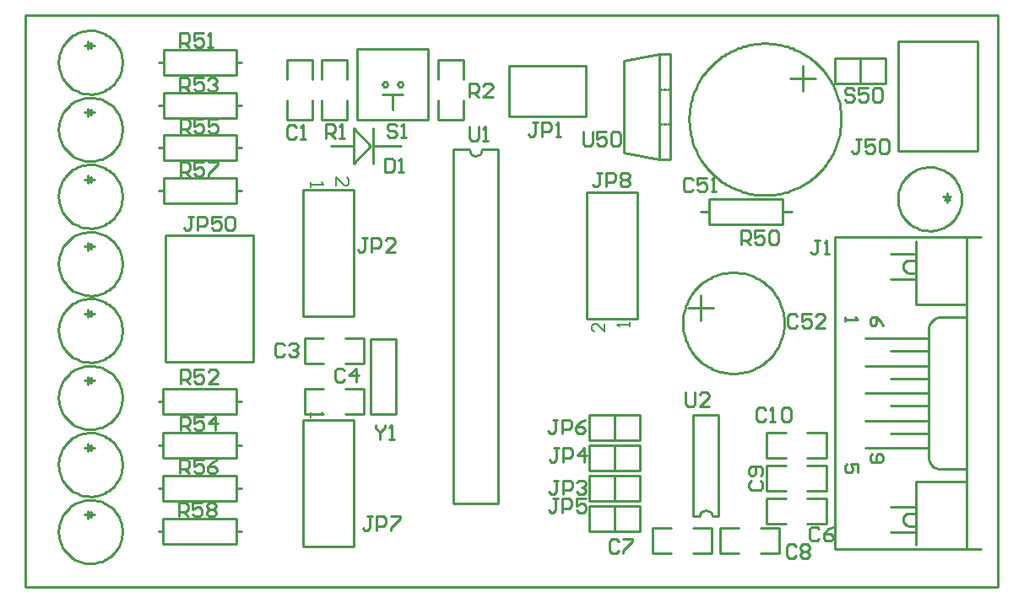
<source format=gto>
%FSLAX23Y23*%
%MOIN*%
G70*
G01*
G75*
%ADD10C,0.012*%
%ADD11R,0.083X0.060*%
%ADD12R,0.120X0.060*%
%ADD13R,0.070X0.070*%
%ADD14O,0.080X0.024*%
%ADD15R,0.087X0.050*%
%ADD16C,0.020*%
%ADD17C,0.016*%
%ADD18C,0.018*%
%ADD19C,0.080*%
%ADD20C,0.050*%
%ADD21C,0.030*%
%ADD22C,0.040*%
%ADD23C,0.010*%
%ADD24C,0.070*%
%ADD25C,0.080*%
%ADD26C,0.100*%
%ADD27R,0.100X0.100*%
%ADD28C,0.157*%
%ADD29C,0.197*%
%ADD30C,0.062*%
%ADD31O,0.060X0.059*%
%ADD32C,0.059*%
%ADD33C,0.060*%
%ADD34R,0.060X0.060*%
%ADD35R,0.060X0.083*%
%ADD36C,0.025*%
%ADD37C,0.015*%
%ADD38C,0.011*%
%ADD39C,0.008*%
D23*
X9578Y6976D02*
X9559D01*
X9569D01*
Y6930D01*
X9559Y6921D01*
X9550D01*
X9541Y6930D01*
X9596Y6921D02*
Y6976D01*
X9623D01*
X9633Y6967D01*
Y6949D01*
X9623Y6939D01*
X9596D01*
X9651Y6976D02*
X9688D01*
Y6967D01*
X9651Y6930D01*
Y6921D01*
X9279Y8515D02*
X9270Y8524D01*
X9251D01*
X9242Y8515D01*
Y8478D01*
X9251Y8469D01*
X9270D01*
X9279Y8478D01*
X9297Y8469D02*
X9315D01*
X9306D01*
Y8524D01*
X9297Y8515D01*
X9231Y7653D02*
X9222Y7662D01*
X9203D01*
X9194Y7653D01*
Y7616D01*
X9203Y7607D01*
X9222D01*
X9231Y7616D01*
X9249Y7653D02*
X9258Y7662D01*
X9276D01*
X9286Y7653D01*
Y7644D01*
X9276Y7635D01*
X9267D01*
X9276D01*
X9286Y7625D01*
Y7616D01*
X9276Y7607D01*
X9258D01*
X9249Y7616D01*
X9469Y7553D02*
X9460Y7562D01*
X9441D01*
X9432Y7553D01*
Y7516D01*
X9441Y7507D01*
X9460D01*
X9469Y7516D01*
X9514Y7507D02*
Y7562D01*
X9487Y7535D01*
X9524D01*
X11343Y6926D02*
X11334Y6935D01*
X11315D01*
X11306Y6926D01*
Y6889D01*
X11315Y6880D01*
X11334D01*
X11343Y6889D01*
X11398Y6935D02*
X11379Y6926D01*
X11361Y6908D01*
Y6889D01*
X11370Y6880D01*
X11388D01*
X11398Y6889D01*
Y6898D01*
X11388Y6908D01*
X11361D01*
X10552Y6877D02*
X10543Y6886D01*
X10524D01*
X10515Y6877D01*
Y6840D01*
X10524Y6831D01*
X10543D01*
X10552Y6840D01*
X10570Y6886D02*
X10607D01*
Y6877D01*
X10570Y6840D01*
Y6831D01*
X11252Y6857D02*
X11243Y6866D01*
X11224D01*
X11215Y6857D01*
Y6820D01*
X11224Y6811D01*
X11243D01*
X11252Y6820D01*
X11270Y6857D02*
X11279Y6866D01*
X11297D01*
X11307Y6857D01*
Y6848D01*
X11297Y6839D01*
X11307Y6829D01*
Y6820D01*
X11297Y6811D01*
X11279D01*
X11270Y6820D01*
Y6829D01*
X11279Y6839D01*
X11270Y6848D01*
Y6857D01*
X11279Y6839D02*
X11297D01*
X11074Y7118D02*
X11065Y7109D01*
Y7090D01*
X11074Y7081D01*
X11111D01*
X11120Y7090D01*
Y7109D01*
X11111Y7118D01*
Y7136D02*
X11120Y7145D01*
Y7163D01*
X11111Y7173D01*
X11074D01*
X11065Y7163D01*
Y7145D01*
X11074Y7136D01*
X11083D01*
X11093Y7145D01*
Y7173D01*
X11132Y7397D02*
X11123Y7406D01*
X11104D01*
X11095Y7397D01*
Y7360D01*
X11104Y7351D01*
X11123D01*
X11132Y7360D01*
X11150Y7351D02*
X11168D01*
X11159D01*
Y7406D01*
X11150Y7397D01*
X11196D02*
X11205Y7406D01*
X11223D01*
X11232Y7397D01*
Y7360D01*
X11223Y7351D01*
X11205D01*
X11196Y7360D01*
Y7397D01*
X10845Y8306D02*
X10836Y8315D01*
X10817D01*
X10808Y8306D01*
Y8269D01*
X10817Y8260D01*
X10836D01*
X10845Y8269D01*
X10900Y8315D02*
X10863D01*
Y8288D01*
X10881Y8297D01*
X10890D01*
X10900Y8288D01*
Y8269D01*
X10890Y8260D01*
X10872D01*
X10863Y8269D01*
X10918Y8260D02*
X10936D01*
X10927D01*
Y8315D01*
X10918Y8306D01*
X11257Y7767D02*
X11248Y7776D01*
X11229D01*
X11220Y7767D01*
Y7730D01*
X11229Y7721D01*
X11248D01*
X11257Y7730D01*
X11312Y7776D02*
X11275D01*
Y7749D01*
X11293Y7758D01*
X11302D01*
X11312Y7749D01*
Y7730D01*
X11302Y7721D01*
X11284D01*
X11275Y7730D01*
X11367Y7721D02*
X11330D01*
X11367Y7758D01*
Y7767D01*
X11357Y7776D01*
X11339D01*
X11330Y7767D01*
X9628Y8392D02*
Y8337D01*
X9656D01*
X9665Y8346D01*
Y8383D01*
X9656Y8392D01*
X9628D01*
X9683Y8337D02*
X9701D01*
X9692D01*
Y8392D01*
X9683Y8383D01*
X11346Y8068D02*
X11327D01*
X11337D01*
Y8022D01*
X11327Y8013D01*
X11318D01*
X11309Y8022D01*
X11364Y8013D02*
X11382D01*
X11373D01*
Y8068D01*
X11364Y8059D01*
X11508Y8466D02*
X11489D01*
X11499D01*
Y8420D01*
X11489Y8411D01*
X11480D01*
X11471Y8420D01*
X11563Y8466D02*
X11526D01*
Y8439D01*
X11544Y8448D01*
X11553D01*
X11563Y8439D01*
Y8420D01*
X11553Y8411D01*
X11535D01*
X11526Y8420D01*
X11581Y8457D02*
X11590Y8466D01*
X11608D01*
X11618Y8457D01*
Y8420D01*
X11608Y8411D01*
X11590D01*
X11581Y8420D01*
Y8457D01*
X10231Y8534D02*
X10212D01*
X10222D01*
Y8488D01*
X10212Y8479D01*
X10203D01*
X10194Y8488D01*
X10249Y8479D02*
Y8534D01*
X10276D01*
X10286Y8525D01*
Y8507D01*
X10276Y8497D01*
X10249D01*
X10304Y8479D02*
X10322D01*
X10313D01*
Y8534D01*
X10304Y8525D01*
X10313Y7119D02*
X10294D01*
X10304D01*
Y7073D01*
X10294Y7064D01*
X10285D01*
X10276Y7073D01*
X10331Y7064D02*
Y7119D01*
X10358D01*
X10368Y7110D01*
Y7092D01*
X10358Y7082D01*
X10331D01*
X10386Y7110D02*
X10395Y7119D01*
X10413D01*
X10423Y7110D01*
Y7101D01*
X10413Y7092D01*
X10404D01*
X10413D01*
X10423Y7082D01*
Y7073D01*
X10413Y7064D01*
X10395D01*
X10386Y7073D01*
X10315Y7246D02*
X10296D01*
X10306D01*
Y7200D01*
X10296Y7191D01*
X10287D01*
X10278Y7200D01*
X10333Y7191D02*
Y7246D01*
X10360D01*
X10370Y7237D01*
Y7219D01*
X10360Y7209D01*
X10333D01*
X10415Y7191D02*
Y7246D01*
X10388Y7219D01*
X10425D01*
X10312Y7046D02*
X10293D01*
X10303D01*
Y7000D01*
X10293Y6991D01*
X10284D01*
X10275Y7000D01*
X10330Y6991D02*
Y7046D01*
X10357D01*
X10367Y7037D01*
Y7019D01*
X10357Y7009D01*
X10330D01*
X10422Y7046D02*
X10385D01*
Y7019D01*
X10403Y7028D01*
X10412D01*
X10422Y7019D01*
Y7000D01*
X10412Y6991D01*
X10394D01*
X10385Y7000D01*
X10310Y7359D02*
X10291D01*
X10301D01*
Y7313D01*
X10291Y7304D01*
X10282D01*
X10273Y7313D01*
X10328Y7304D02*
Y7359D01*
X10355D01*
X10365Y7350D01*
Y7332D01*
X10355Y7322D01*
X10328D01*
X10420Y7359D02*
X10401Y7350D01*
X10383Y7332D01*
Y7313D01*
X10392Y7304D01*
X10410D01*
X10420Y7313D01*
Y7322D01*
X10410Y7332D01*
X10383D01*
X8871Y8162D02*
X8852D01*
X8862D01*
Y8116D01*
X8852Y8107D01*
X8843D01*
X8834Y8116D01*
X8889Y8107D02*
Y8162D01*
X8916D01*
X8926Y8153D01*
Y8135D01*
X8916Y8125D01*
X8889D01*
X8981Y8162D02*
X8944D01*
Y8135D01*
X8962Y8144D01*
X8971D01*
X8981Y8135D01*
Y8116D01*
X8971Y8107D01*
X8953D01*
X8944Y8116D01*
X8999Y8153D02*
X9008Y8162D01*
X9026D01*
X9036Y8153D01*
Y8116D01*
X9026Y8107D01*
X9008D01*
X8999Y8116D01*
Y8153D01*
X9395Y8472D02*
Y8527D01*
X9423D01*
X9432Y8518D01*
Y8500D01*
X9423Y8490D01*
X9395D01*
X9413D02*
X9432Y8472D01*
X9450D02*
X9468D01*
X9459D01*
Y8527D01*
X9450Y8518D01*
X9962Y8633D02*
Y8688D01*
X9990D01*
X9999Y8679D01*
Y8661D01*
X9990Y8651D01*
X9962D01*
X9980D02*
X9999Y8633D01*
X10054D02*
X10017D01*
X10054Y8670D01*
Y8679D01*
X10044Y8688D01*
X10026D01*
X10017Y8679D01*
X11035Y8051D02*
Y8106D01*
X11063D01*
X11072Y8097D01*
Y8079D01*
X11063Y8069D01*
X11035D01*
X11053D02*
X11072Y8051D01*
X11127Y8106D02*
X11090D01*
Y8079D01*
X11108Y8088D01*
X11117D01*
X11127Y8079D01*
Y8060D01*
X11117Y8051D01*
X11099D01*
X11090Y8060D01*
X11145Y8097D02*
X11154Y8106D01*
X11172D01*
X11182Y8097D01*
Y8060D01*
X11172Y8051D01*
X11154D01*
X11145Y8060D01*
Y8097D01*
X8820Y8831D02*
Y8886D01*
X8848D01*
X8857Y8877D01*
Y8859D01*
X8848Y8849D01*
X8820D01*
X8838D02*
X8857Y8831D01*
X8912Y8886D02*
X8875D01*
Y8859D01*
X8893Y8868D01*
X8902D01*
X8912Y8859D01*
Y8840D01*
X8902Y8831D01*
X8884D01*
X8875Y8840D01*
X8930Y8831D02*
X8948D01*
X8939D01*
Y8886D01*
X8930Y8877D01*
X8821Y7501D02*
Y7556D01*
X8849D01*
X8858Y7547D01*
Y7529D01*
X8849Y7519D01*
X8821D01*
X8839D02*
X8858Y7501D01*
X8913Y7556D02*
X8876D01*
Y7529D01*
X8894Y7538D01*
X8903D01*
X8913Y7529D01*
Y7510D01*
X8903Y7501D01*
X8885D01*
X8876Y7510D01*
X8968Y7501D02*
X8931D01*
X8968Y7538D01*
Y7547D01*
X8958Y7556D01*
X8940D01*
X8931Y7547D01*
X8820Y8656D02*
Y8711D01*
X8848D01*
X8857Y8702D01*
Y8684D01*
X8848Y8674D01*
X8820D01*
X8838D02*
X8857Y8656D01*
X8912Y8711D02*
X8875D01*
Y8684D01*
X8893Y8693D01*
X8902D01*
X8912Y8684D01*
Y8665D01*
X8902Y8656D01*
X8884D01*
X8875Y8665D01*
X8930Y8702D02*
X8939Y8711D01*
X8957D01*
X8967Y8702D01*
Y8693D01*
X8957Y8684D01*
X8948D01*
X8957D01*
X8967Y8674D01*
Y8665D01*
X8957Y8656D01*
X8939D01*
X8930Y8665D01*
X8821Y7316D02*
Y7371D01*
X8849D01*
X8858Y7362D01*
Y7344D01*
X8849Y7334D01*
X8821D01*
X8839D02*
X8858Y7316D01*
X8913Y7371D02*
X8876D01*
Y7344D01*
X8894Y7353D01*
X8903D01*
X8913Y7344D01*
Y7325D01*
X8903Y7316D01*
X8885D01*
X8876Y7325D01*
X8958Y7316D02*
Y7371D01*
X8931Y7344D01*
X8968D01*
X8821Y8491D02*
Y8546D01*
X8849D01*
X8858Y8537D01*
Y8519D01*
X8849Y8509D01*
X8821D01*
X8839D02*
X8858Y8491D01*
X8913Y8546D02*
X8876D01*
Y8519D01*
X8894Y8528D01*
X8903D01*
X8913Y8519D01*
Y8500D01*
X8903Y8491D01*
X8885D01*
X8876Y8500D01*
X8968Y8546D02*
X8931D01*
Y8519D01*
X8949Y8528D01*
X8958D01*
X8968Y8519D01*
Y8500D01*
X8958Y8491D01*
X8940D01*
X8931Y8500D01*
X8820Y7146D02*
Y7201D01*
X8848D01*
X8857Y7192D01*
Y7174D01*
X8848Y7164D01*
X8820D01*
X8838D02*
X8857Y7146D01*
X8912Y7201D02*
X8875D01*
Y7174D01*
X8893Y7183D01*
X8902D01*
X8912Y7174D01*
Y7155D01*
X8902Y7146D01*
X8884D01*
X8875Y7155D01*
X8967Y7201D02*
X8948Y7192D01*
X8930Y7174D01*
Y7155D01*
X8939Y7146D01*
X8957D01*
X8967Y7155D01*
Y7164D01*
X8957Y7174D01*
X8930D01*
X8821Y8321D02*
Y8376D01*
X8849D01*
X8858Y8367D01*
Y8349D01*
X8849Y8339D01*
X8821D01*
X8839D02*
X8858Y8321D01*
X8913Y8376D02*
X8876D01*
Y8349D01*
X8894Y8358D01*
X8903D01*
X8913Y8349D01*
Y8330D01*
X8903Y8321D01*
X8885D01*
X8876Y8330D01*
X8931Y8376D02*
X8968D01*
Y8367D01*
X8931Y8330D01*
Y8321D01*
X8815Y6976D02*
Y7031D01*
X8843D01*
X8852Y7022D01*
Y7004D01*
X8843Y6994D01*
X8815D01*
X8833D02*
X8852Y6976D01*
X8907Y7031D02*
X8870D01*
Y7004D01*
X8888Y7013D01*
X8897D01*
X8907Y7004D01*
Y6985D01*
X8897Y6976D01*
X8879D01*
X8870Y6985D01*
X8925Y7022D02*
X8934Y7031D01*
X8952D01*
X8962Y7022D01*
Y7013D01*
X8952Y7004D01*
X8962Y6994D01*
Y6985D01*
X8952Y6976D01*
X8934D01*
X8925Y6985D01*
Y6994D01*
X8934Y7004D01*
X8925Y7013D01*
Y7022D01*
X8934Y7004D02*
X8952D01*
X9675Y8520D02*
X9666Y8529D01*
X9647D01*
X9638Y8520D01*
Y8511D01*
X9647Y8502D01*
X9666D01*
X9675Y8492D01*
Y8483D01*
X9666Y8474D01*
X9647D01*
X9638Y8483D01*
X9693Y8474D02*
X9711D01*
X9702D01*
Y8529D01*
X9693Y8520D01*
X11481Y8661D02*
X11472Y8670D01*
X11453D01*
X11444Y8661D01*
Y8652D01*
X11453Y8643D01*
X11472D01*
X11481Y8633D01*
Y8624D01*
X11472Y8615D01*
X11453D01*
X11444Y8624D01*
X11536Y8670D02*
X11499D01*
Y8643D01*
X11517Y8652D01*
X11526D01*
X11536Y8643D01*
Y8624D01*
X11526Y8615D01*
X11508D01*
X11499Y8624D01*
X11554Y8661D02*
X11563Y8670D01*
X11581D01*
X11591Y8661D01*
Y8624D01*
X11581Y8615D01*
X11563D01*
X11554Y8624D01*
Y8661D01*
X9962Y8517D02*
Y8471D01*
X9971Y8462D01*
X9990D01*
X9999Y8471D01*
Y8517D01*
X10017Y8462D02*
X10035D01*
X10026D01*
Y8517D01*
X10017Y8508D01*
X10816Y7466D02*
Y7420D01*
X10825Y7411D01*
X10844D01*
X10853Y7420D01*
Y7466D01*
X10908Y7411D02*
X10871D01*
X10908Y7448D01*
Y7457D01*
X10898Y7466D01*
X10880D01*
X10871Y7457D01*
X10411Y8496D02*
Y8450D01*
X10420Y8441D01*
X10439D01*
X10448Y8450D01*
Y8496D01*
X10503D02*
X10466D01*
Y8469D01*
X10484Y8478D01*
X10493D01*
X10503Y8469D01*
Y8450D01*
X10493Y8441D01*
X10475D01*
X10466Y8450D01*
X10521Y8487D02*
X10530Y8496D01*
X10548D01*
X10558Y8487D01*
Y8450D01*
X10548Y8441D01*
X10530D01*
X10521Y8450D01*
Y8487D01*
X9592Y7336D02*
Y7327D01*
X9610Y7309D01*
X9629Y7327D01*
Y7336D01*
X9610Y7309D02*
Y7281D01*
X9647D02*
X9665D01*
X9656D01*
Y7336D01*
X9647Y7327D01*
X9558Y8076D02*
X9539D01*
X9549D01*
Y8030D01*
X9539Y8021D01*
X9530D01*
X9521Y8030D01*
X9576Y8021D02*
Y8076D01*
X9603D01*
X9613Y8067D01*
Y8049D01*
X9603Y8039D01*
X9576D01*
X9668Y8021D02*
X9631D01*
X9668Y8058D01*
Y8067D01*
X9658Y8076D01*
X9640D01*
X9631Y8067D01*
X10485Y8335D02*
X10466D01*
X10476D01*
Y8289D01*
X10466Y8280D01*
X10457D01*
X10448Y8289D01*
X10503Y8280D02*
Y8335D01*
X10530D01*
X10540Y8326D01*
Y8308D01*
X10530Y8298D01*
X10503D01*
X10558Y8326D02*
X10567Y8335D01*
X10585D01*
X10595Y8326D01*
Y8317D01*
X10585Y8308D01*
X10595Y8298D01*
Y8289D01*
X10585Y8280D01*
X10567D01*
X10558Y8289D01*
Y8298D01*
X10567Y8308D01*
X10558Y8317D01*
Y8326D01*
X10567Y8308D02*
X10585D01*
X11594Y7730D02*
X11586Y7747D01*
X11569Y7764D01*
X11552D01*
X11544Y7755D01*
Y7739D01*
X11552Y7730D01*
X11561D01*
X11569Y7739D01*
Y7764D01*
X11444D02*
Y7747D01*
Y7755D01*
X11494D01*
X11486Y7764D01*
X11494Y7150D02*
Y7184D01*
X11469D01*
X11477Y7167D01*
Y7159D01*
X11469Y7150D01*
X11452D01*
X11444Y7159D01*
Y7175D01*
X11452Y7184D01*
X11552Y7224D02*
X11544Y7215D01*
Y7199D01*
X11552Y7190D01*
X11586D01*
X11594Y7199D01*
Y7215D01*
X11586Y7224D01*
X11577D01*
X11569Y7215D01*
Y7190D01*
X12050Y6696D02*
Y8956D01*
X8210D02*
X12050D01*
X8210Y6696D02*
X12050D01*
X8210D02*
Y8956D01*
D38*
X11430Y8546D02*
X11430Y8556D01*
X11429Y8566D01*
X11429Y8576D01*
X11427Y8586D01*
X11426Y8596D01*
X11424Y8606D01*
X11422Y8616D01*
X11419Y8625D01*
X11417Y8635D01*
X11413Y8644D01*
X11410Y8654D01*
X11406Y8663D01*
X11402Y8672D01*
X11398Y8681D01*
X11393Y8690D01*
X11388Y8699D01*
X11383Y8707D01*
X11377Y8716D01*
X11372Y8724D01*
X11365Y8732D01*
X11359Y8740D01*
X11353Y8747D01*
X11346Y8755D01*
X11339Y8762D01*
X11331Y8769D01*
X11324Y8775D01*
X11316Y8781D01*
X11308Y8788D01*
X11300Y8793D01*
X11291Y8799D01*
X11283Y8804D01*
X11274Y8809D01*
X11265Y8814D01*
X11256Y8818D01*
X11247Y8822D01*
X11238Y8826D01*
X11228Y8829D01*
X11219Y8833D01*
X11209Y8835D01*
X11200Y8838D01*
X11190Y8840D01*
X11180Y8842D01*
X11170Y8843D01*
X11160Y8845D01*
X11150Y8845D01*
X11140Y8846D01*
X11130Y8846D01*
X11120Y8846D01*
X11110Y8845D01*
X11100Y8845D01*
X11090Y8843D01*
X11080Y8842D01*
X11070Y8840D01*
X11060Y8838D01*
X11051Y8835D01*
X11041Y8833D01*
X11032Y8829D01*
X11022Y8826D01*
X11013Y8822D01*
X11004Y8818D01*
X10995Y8814D01*
X10986Y8809D01*
X10977Y8804D01*
X10969Y8799D01*
X10960Y8793D01*
X10952Y8788D01*
X10944Y8781D01*
X10936Y8775D01*
X10929Y8769D01*
X10921Y8762D01*
X10914Y8755D01*
X10908Y8747D01*
X10901Y8740D01*
X10895Y8732D01*
X10888Y8724D01*
X10883Y8716D01*
X10877Y8707D01*
X10872Y8699D01*
X10867Y8690D01*
X10862Y8681D01*
X10858Y8672D01*
X10854Y8663D01*
X10850Y8654D01*
X10847Y8644D01*
X10843Y8635D01*
X10841Y8625D01*
X10838Y8616D01*
X10836Y8606D01*
X10834Y8596D01*
X10833Y8586D01*
X10832Y8576D01*
X10831Y8566D01*
X10830Y8556D01*
X10830Y8546D01*
X10830Y8536D01*
X10831Y8526D01*
X10832Y8516D01*
X10833Y8506D01*
X10834Y8496D01*
X10836Y8486D01*
X10838Y8476D01*
X10841Y8467D01*
X10843Y8457D01*
X10847Y8448D01*
X10850Y8438D01*
X10854Y8429D01*
X10858Y8420D01*
X10862Y8411D01*
X10867Y8402D01*
X10872Y8393D01*
X10877Y8385D01*
X10883Y8376D01*
X10888Y8368D01*
X10895Y8360D01*
X10901Y8352D01*
X10908Y8345D01*
X10914Y8337D01*
X10921Y8330D01*
X10929Y8324D01*
X10936Y8317D01*
X10944Y8311D01*
X10952Y8304D01*
X10960Y8299D01*
X10969Y8293D01*
X10977Y8288D01*
X10986Y8283D01*
X10995Y8278D01*
X11004Y8274D01*
X11013Y8270D01*
X11022Y8266D01*
X11032Y8263D01*
X11041Y8259D01*
X11051Y8257D01*
X11060Y8254D01*
X11070Y8252D01*
X11080Y8250D01*
X11090Y8249D01*
X11100Y8248D01*
X11110Y8247D01*
X11120Y8246D01*
X11130Y8246D01*
X11140Y8246D01*
X11150Y8247D01*
X11160Y8248D01*
X11170Y8249D01*
X11180Y8250D01*
X11190Y8252D01*
X11200Y8254D01*
X11209Y8257D01*
X11219Y8259D01*
X11228Y8263D01*
X11238Y8266D01*
X11247Y8270D01*
X11256Y8274D01*
X11265Y8278D01*
X11274Y8283D01*
X11283Y8288D01*
X11291Y8293D01*
X11300Y8299D01*
X11308Y8304D01*
X11316Y8311D01*
X11324Y8317D01*
X11331Y8324D01*
X11339Y8330D01*
X11346Y8337D01*
X11353Y8345D01*
X11359Y8352D01*
X11365Y8360D01*
X11372Y8368D01*
X11377Y8376D01*
X11383Y8385D01*
X11388Y8393D01*
X11393Y8402D01*
X11398Y8411D01*
X11402Y8420D01*
X11406Y8429D01*
X11410Y8438D01*
X11413Y8448D01*
X11417Y8457D01*
X11419Y8467D01*
X11422Y8476D01*
X11424Y8486D01*
X11426Y8496D01*
X11427Y8506D01*
X11429Y8516D01*
X11429Y8526D01*
X11430Y8536D01*
X11430Y8546D01*
X8592Y6916D02*
X8592Y6926D01*
X8590Y6936D01*
X8588Y6946D01*
X8586Y6955D01*
X8582Y6965D01*
X8578Y6974D01*
X8573Y6983D01*
X8567Y6991D01*
X8561Y6999D01*
X8554Y7006D01*
X8547Y7013D01*
X8539Y7019D01*
X8530Y7024D01*
X8522Y7029D01*
X8512Y7033D01*
X8503Y7036D01*
X8493Y7039D01*
X8483Y7041D01*
X8474Y7042D01*
X8464Y7042D01*
X8454Y7041D01*
X8444Y7040D01*
X8434Y7038D01*
X8424Y7035D01*
X8415Y7031D01*
X8406Y7027D01*
X8397Y7022D01*
X8389Y7016D01*
X8381Y7009D01*
X8374Y7002D01*
X8368Y6995D01*
X8362Y6987D01*
X8356Y6978D01*
X8352Y6969D01*
X8348Y6960D01*
X8345Y6951D01*
X8343Y6941D01*
X8341Y6931D01*
X8340Y6921D01*
Y6911D01*
X8341Y6901D01*
X8343Y6891D01*
X8345Y6881D01*
X8348Y6872D01*
X8352Y6863D01*
X8356Y6854D01*
X8362Y6845D01*
X8368Y6837D01*
X8374Y6830D01*
X8381Y6823D01*
X8389Y6816D01*
X8397Y6810D01*
X8406Y6805D01*
X8415Y6801D01*
X8424Y6797D01*
X8434Y6794D01*
X8444Y6792D01*
X8454Y6791D01*
X8464Y6790D01*
X8474Y6790D01*
X8483Y6791D01*
X8493Y6793D01*
X8503Y6796D01*
X8512Y6799D01*
X8522Y6803D01*
X8530Y6808D01*
X8539Y6813D01*
X8547Y6819D01*
X8554Y6826D01*
X8561Y6833D01*
X8567Y6841D01*
X8573Y6849D01*
X8578Y6858D01*
X8582Y6867D01*
X8586Y6877D01*
X8588Y6886D01*
X8590Y6896D01*
X8592Y6906D01*
X8592Y6916D01*
Y7975D02*
X8592Y7985D01*
X8590Y7995D01*
X8588Y8005D01*
X8586Y8014D01*
X8582Y8024D01*
X8578Y8033D01*
X8573Y8042D01*
X8567Y8050D01*
X8561Y8058D01*
X8554Y8065D01*
X8547Y8072D01*
X8539Y8078D01*
X8530Y8083D01*
X8522Y8088D01*
X8512Y8092D01*
X8503Y8095D01*
X8493Y8098D01*
X8483Y8100D01*
X8474Y8101D01*
X8464Y8101D01*
X8454Y8100D01*
X8444Y8099D01*
X8434Y8097D01*
X8424Y8094D01*
X8415Y8090D01*
X8406Y8086D01*
X8397Y8081D01*
X8389Y8075D01*
X8381Y8068D01*
X8374Y8061D01*
X8368Y8054D01*
X8362Y8046D01*
X8356Y8037D01*
X8352Y8028D01*
X8348Y8019D01*
X8345Y8010D01*
X8343Y8000D01*
X8341Y7990D01*
X8340Y7980D01*
Y7970D01*
X8341Y7960D01*
X8343Y7950D01*
X8345Y7940D01*
X8348Y7931D01*
X8352Y7922D01*
X8356Y7913D01*
X8362Y7904D01*
X8368Y7896D01*
X8374Y7889D01*
X8381Y7882D01*
X8389Y7875D01*
X8397Y7869D01*
X8406Y7864D01*
X8415Y7860D01*
X8424Y7856D01*
X8434Y7853D01*
X8444Y7851D01*
X8454Y7850D01*
X8464Y7849D01*
X8474Y7849D01*
X8483Y7850D01*
X8493Y7852D01*
X8503Y7855D01*
X8512Y7858D01*
X8522Y7862D01*
X8530Y7867D01*
X8539Y7872D01*
X8547Y7878D01*
X8554Y7885D01*
X8561Y7892D01*
X8567Y7900D01*
X8573Y7908D01*
X8578Y7917D01*
X8582Y7926D01*
X8586Y7936D01*
X8588Y7945D01*
X8590Y7955D01*
X8592Y7965D01*
X8592Y7975D01*
Y7181D02*
X8592Y7191D01*
X8590Y7201D01*
X8588Y7211D01*
X8586Y7220D01*
X8582Y7230D01*
X8578Y7239D01*
X8573Y7248D01*
X8567Y7256D01*
X8561Y7264D01*
X8554Y7271D01*
X8547Y7278D01*
X8539Y7284D01*
X8530Y7289D01*
X8522Y7294D01*
X8512Y7298D01*
X8503Y7301D01*
X8493Y7304D01*
X8483Y7306D01*
X8474Y7307D01*
X8464Y7307D01*
X8454Y7306D01*
X8444Y7305D01*
X8434Y7303D01*
X8424Y7300D01*
X8415Y7296D01*
X8406Y7292D01*
X8397Y7287D01*
X8389Y7281D01*
X8381Y7274D01*
X8374Y7267D01*
X8368Y7260D01*
X8362Y7252D01*
X8356Y7243D01*
X8352Y7234D01*
X8348Y7225D01*
X8345Y7216D01*
X8343Y7206D01*
X8341Y7196D01*
X8340Y7186D01*
Y7176D01*
X8341Y7166D01*
X8343Y7156D01*
X8345Y7146D01*
X8348Y7137D01*
X8352Y7128D01*
X8356Y7119D01*
X8362Y7110D01*
X8368Y7102D01*
X8374Y7095D01*
X8381Y7088D01*
X8389Y7081D01*
X8397Y7075D01*
X8406Y7070D01*
X8415Y7066D01*
X8424Y7062D01*
X8434Y7059D01*
X8444Y7057D01*
X8454Y7056D01*
X8464Y7055D01*
X8474Y7055D01*
X8483Y7056D01*
X8493Y7058D01*
X8503Y7061D01*
X8512Y7064D01*
X8522Y7068D01*
X8530Y7073D01*
X8539Y7078D01*
X8547Y7084D01*
X8554Y7091D01*
X8561Y7098D01*
X8567Y7106D01*
X8573Y7114D01*
X8578Y7123D01*
X8582Y7132D01*
X8586Y7142D01*
X8588Y7151D01*
X8590Y7161D01*
X8592Y7171D01*
X8592Y7181D01*
Y8241D02*
X8592Y8251D01*
X8590Y8261D01*
X8588Y8271D01*
X8586Y8280D01*
X8582Y8290D01*
X8578Y8299D01*
X8573Y8308D01*
X8567Y8316D01*
X8561Y8324D01*
X8554Y8331D01*
X8547Y8338D01*
X8539Y8344D01*
X8530Y8349D01*
X8522Y8354D01*
X8512Y8358D01*
X8503Y8361D01*
X8493Y8364D01*
X8483Y8366D01*
X8474Y8367D01*
X8464Y8367D01*
X8454Y8366D01*
X8444Y8365D01*
X8434Y8363D01*
X8424Y8360D01*
X8415Y8356D01*
X8406Y8352D01*
X8397Y8347D01*
X8389Y8341D01*
X8381Y8334D01*
X8374Y8327D01*
X8368Y8320D01*
X8362Y8312D01*
X8356Y8303D01*
X8352Y8294D01*
X8348Y8285D01*
X8345Y8276D01*
X8343Y8266D01*
X8341Y8256D01*
X8340Y8246D01*
Y8236D01*
X8341Y8226D01*
X8343Y8216D01*
X8345Y8206D01*
X8348Y8197D01*
X8352Y8188D01*
X8356Y8179D01*
X8362Y8170D01*
X8368Y8162D01*
X8374Y8155D01*
X8381Y8148D01*
X8389Y8141D01*
X8397Y8135D01*
X8406Y8130D01*
X8415Y8126D01*
X8424Y8122D01*
X8434Y8119D01*
X8444Y8117D01*
X8454Y8116D01*
X8464Y8115D01*
X8474Y8115D01*
X8483Y8116D01*
X8493Y8118D01*
X8503Y8121D01*
X8512Y8124D01*
X8522Y8128D01*
X8530Y8133D01*
X8539Y8138D01*
X8547Y8144D01*
X8554Y8151D01*
X8561Y8158D01*
X8567Y8166D01*
X8573Y8174D01*
X8578Y8183D01*
X8582Y8192D01*
X8586Y8202D01*
X8588Y8211D01*
X8590Y8221D01*
X8592Y8231D01*
X8592Y8241D01*
Y7446D02*
X8592Y7456D01*
X8590Y7466D01*
X8588Y7476D01*
X8586Y7485D01*
X8582Y7495D01*
X8578Y7504D01*
X8573Y7513D01*
X8567Y7521D01*
X8561Y7529D01*
X8554Y7536D01*
X8547Y7543D01*
X8539Y7549D01*
X8530Y7554D01*
X8522Y7559D01*
X8512Y7563D01*
X8503Y7566D01*
X8493Y7569D01*
X8483Y7571D01*
X8474Y7572D01*
X8464Y7572D01*
X8454Y7571D01*
X8444Y7570D01*
X8434Y7568D01*
X8424Y7565D01*
X8415Y7561D01*
X8406Y7557D01*
X8397Y7552D01*
X8389Y7546D01*
X8381Y7539D01*
X8374Y7532D01*
X8368Y7525D01*
X8362Y7517D01*
X8356Y7508D01*
X8352Y7499D01*
X8348Y7490D01*
X8345Y7481D01*
X8343Y7471D01*
X8341Y7461D01*
X8340Y7451D01*
Y7441D01*
X8341Y7431D01*
X8343Y7421D01*
X8345Y7411D01*
X8348Y7402D01*
X8352Y7393D01*
X8356Y7384D01*
X8362Y7375D01*
X8368Y7367D01*
X8374Y7360D01*
X8381Y7353D01*
X8389Y7346D01*
X8397Y7340D01*
X8406Y7335D01*
X8415Y7331D01*
X8424Y7327D01*
X8434Y7324D01*
X8444Y7322D01*
X8454Y7321D01*
X8464Y7320D01*
X8474Y7320D01*
X8483Y7321D01*
X8493Y7323D01*
X8503Y7326D01*
X8512Y7329D01*
X8522Y7333D01*
X8530Y7338D01*
X8539Y7343D01*
X8547Y7349D01*
X8554Y7356D01*
X8561Y7363D01*
X8567Y7371D01*
X8573Y7379D01*
X8578Y7388D01*
X8582Y7397D01*
X8586Y7407D01*
X8588Y7416D01*
X8590Y7426D01*
X8592Y7436D01*
X8592Y7446D01*
Y8506D02*
X8592Y8516D01*
X8590Y8526D01*
X8588Y8536D01*
X8586Y8545D01*
X8582Y8555D01*
X8578Y8564D01*
X8573Y8573D01*
X8567Y8581D01*
X8561Y8589D01*
X8554Y8596D01*
X8547Y8603D01*
X8539Y8609D01*
X8530Y8614D01*
X8522Y8619D01*
X8512Y8623D01*
X8503Y8626D01*
X8493Y8629D01*
X8483Y8631D01*
X8474Y8632D01*
X8464Y8632D01*
X8454Y8631D01*
X8444Y8630D01*
X8434Y8628D01*
X8424Y8625D01*
X8415Y8621D01*
X8406Y8617D01*
X8397Y8612D01*
X8389Y8606D01*
X8381Y8599D01*
X8374Y8592D01*
X8368Y8585D01*
X8362Y8577D01*
X8356Y8568D01*
X8352Y8559D01*
X8348Y8550D01*
X8345Y8541D01*
X8343Y8531D01*
X8341Y8521D01*
X8340Y8511D01*
Y8501D01*
X8341Y8491D01*
X8343Y8481D01*
X8345Y8471D01*
X8348Y8462D01*
X8352Y8453D01*
X8356Y8444D01*
X8362Y8435D01*
X8368Y8427D01*
X8374Y8420D01*
X8381Y8413D01*
X8389Y8406D01*
X8397Y8400D01*
X8406Y8395D01*
X8415Y8391D01*
X8424Y8387D01*
X8434Y8384D01*
X8444Y8382D01*
X8454Y8381D01*
X8464Y8380D01*
X8474Y8380D01*
X8483Y8381D01*
X8493Y8383D01*
X8503Y8386D01*
X8512Y8389D01*
X8522Y8393D01*
X8530Y8398D01*
X8539Y8403D01*
X8547Y8409D01*
X8554Y8416D01*
X8561Y8423D01*
X8567Y8431D01*
X8573Y8439D01*
X8578Y8448D01*
X8582Y8457D01*
X8586Y8467D01*
X8588Y8476D01*
X8590Y8486D01*
X8592Y8496D01*
X8592Y8506D01*
Y7711D02*
X8592Y7721D01*
X8590Y7731D01*
X8588Y7741D01*
X8586Y7750D01*
X8582Y7760D01*
X8578Y7769D01*
X8573Y7778D01*
X8567Y7786D01*
X8561Y7794D01*
X8554Y7801D01*
X8547Y7808D01*
X8539Y7814D01*
X8530Y7819D01*
X8522Y7824D01*
X8512Y7828D01*
X8503Y7831D01*
X8493Y7834D01*
X8483Y7836D01*
X8474Y7837D01*
X8464Y7837D01*
X8454Y7836D01*
X8444Y7835D01*
X8434Y7833D01*
X8424Y7830D01*
X8415Y7826D01*
X8406Y7822D01*
X8397Y7817D01*
X8389Y7811D01*
X8381Y7804D01*
X8374Y7797D01*
X8368Y7790D01*
X8362Y7782D01*
X8356Y7773D01*
X8352Y7764D01*
X8348Y7755D01*
X8345Y7746D01*
X8343Y7736D01*
X8341Y7726D01*
X8340Y7716D01*
Y7706D01*
X8341Y7696D01*
X8343Y7686D01*
X8345Y7676D01*
X8348Y7667D01*
X8352Y7658D01*
X8356Y7649D01*
X8362Y7640D01*
X8368Y7632D01*
X8374Y7625D01*
X8381Y7618D01*
X8389Y7611D01*
X8397Y7605D01*
X8406Y7600D01*
X8415Y7596D01*
X8424Y7592D01*
X8434Y7589D01*
X8444Y7587D01*
X8454Y7586D01*
X8464Y7585D01*
X8474Y7585D01*
X8483Y7586D01*
X8493Y7588D01*
X8503Y7591D01*
X8512Y7594D01*
X8522Y7598D01*
X8530Y7603D01*
X8539Y7608D01*
X8547Y7614D01*
X8554Y7621D01*
X8561Y7628D01*
X8567Y7636D01*
X8573Y7644D01*
X8578Y7653D01*
X8582Y7662D01*
X8586Y7672D01*
X8588Y7681D01*
X8590Y7691D01*
X8592Y7701D01*
X8592Y7711D01*
X11906Y8231D02*
X11906Y8241D01*
X11904Y8251D01*
X11902Y8261D01*
X11900Y8270D01*
X11896Y8280D01*
X11892Y8289D01*
X11887Y8298D01*
X11881Y8306D01*
X11875Y8314D01*
X11868Y8321D01*
X11861Y8328D01*
X11853Y8334D01*
X11844Y8339D01*
X11836Y8344D01*
X11826Y8348D01*
X11817Y8351D01*
X11807Y8354D01*
X11797Y8356D01*
X11788Y8357D01*
X11778Y8357D01*
X11768Y8356D01*
X11758Y8355D01*
X11748Y8353D01*
X11738Y8350D01*
X11729Y8346D01*
X11720Y8342D01*
X11711Y8337D01*
X11703Y8331D01*
X11695Y8324D01*
X11688Y8317D01*
X11682Y8310D01*
X11676Y8302D01*
X11670Y8293D01*
X11666Y8284D01*
X11662Y8275D01*
X11659Y8266D01*
X11657Y8256D01*
X11655Y8246D01*
X11654Y8236D01*
Y8226D01*
X11655Y8216D01*
X11657Y8206D01*
X11659Y8196D01*
X11662Y8187D01*
X11666Y8178D01*
X11670Y8169D01*
X11676Y8160D01*
X11682Y8152D01*
X11688Y8145D01*
X11695Y8138D01*
X11703Y8131D01*
X11711Y8125D01*
X11720Y8120D01*
X11729Y8116D01*
X11738Y8112D01*
X11748Y8109D01*
X11758Y8107D01*
X11768Y8106D01*
X11778Y8105D01*
X11788Y8105D01*
X11797Y8106D01*
X11807Y8108D01*
X11817Y8111D01*
X11826Y8114D01*
X11836Y8118D01*
X11844Y8123D01*
X11853Y8128D01*
X11861Y8134D01*
X11868Y8141D01*
X11875Y8148D01*
X11881Y8156D01*
X11887Y8164D01*
X11892Y8173D01*
X11896Y8182D01*
X11900Y8192D01*
X11902Y8201D01*
X11904Y8211D01*
X11906Y8221D01*
X11906Y8231D01*
X9962Y8426D02*
X9964Y8416D01*
X9969Y8408D01*
X9977Y8403D01*
X9987Y8401D01*
X9997Y8403D01*
X10005Y8408D01*
X10010Y8416D01*
X10012Y8426D01*
X9700Y8684D02*
X9695Y8693D01*
X9685D01*
X9680Y8684D01*
X9685Y8675D01*
X9695D01*
X9700Y8684D01*
X9640D02*
X9635Y8693D01*
X9625D01*
X9620Y8684D01*
X9625Y8675D01*
X9635D01*
X9640Y8684D01*
X10921Y6976D02*
X10919Y6986D01*
X10914Y6994D01*
X10906Y6999D01*
X10896Y7001D01*
X10886Y6999D01*
X10878Y6994D01*
X10873Y6986D01*
X10871Y6976D01*
X11824Y7764D02*
X11814Y7763D01*
X11805Y7760D01*
X11796Y7755D01*
X11789Y7749D01*
X11782Y7741D01*
X11778Y7733D01*
X11775Y7723D01*
X11774Y7714D01*
Y7214D02*
X11775Y7204D01*
X11778Y7195D01*
X11782Y7186D01*
X11789Y7178D01*
X11796Y7172D01*
X11805Y7167D01*
X11814Y7165D01*
X11824Y7164D01*
X11699Y7989D02*
X11689Y7987D01*
X11681Y7981D01*
X11676Y7973D01*
X11674Y7964D01*
X11676Y7954D01*
X11681Y7946D01*
X11689Y7941D01*
X11699Y7939D01*
Y6989D02*
X11689Y6987D01*
X11681Y6981D01*
X11676Y6973D01*
X11674Y6964D01*
X11676Y6954D01*
X11681Y6946D01*
X11689Y6941D01*
X11699Y6939D01*
X11205Y7741D02*
X11205Y7751D01*
X11204Y7761D01*
X11203Y7771D01*
X11201Y7781D01*
X11199Y7790D01*
X11196Y7800D01*
X11193Y7809D01*
X11189Y7819D01*
X11185Y7828D01*
X11181Y7837D01*
X11176Y7845D01*
X11170Y7854D01*
X11164Y7862D01*
X11158Y7870D01*
X11152Y7877D01*
X11145Y7884D01*
X11137Y7891D01*
X11130Y7897D01*
X11122Y7903D01*
X11114Y7909D01*
X11105Y7914D01*
X11096Y7919D01*
X11087Y7923D01*
X11078Y7927D01*
X11069Y7931D01*
X11059Y7934D01*
X11050Y7936D01*
X11040Y7938D01*
X11030Y7939D01*
X11020Y7940D01*
X11010Y7941D01*
X11000D01*
X10990Y7940D01*
X10980Y7939D01*
X10970Y7938D01*
X10961Y7936D01*
X10951Y7934D01*
X10941Y7931D01*
X10932Y7927D01*
X10923Y7923D01*
X10914Y7919D01*
X10905Y7914D01*
X10897Y7909D01*
X10888Y7903D01*
X10880Y7897D01*
X10873Y7891D01*
X10865Y7884D01*
X10858Y7877D01*
X10852Y7870D01*
X10846Y7862D01*
X10840Y7854D01*
X10834Y7845D01*
X10829Y7837D01*
X10825Y7828D01*
X10821Y7819D01*
X10817Y7809D01*
X10814Y7800D01*
X10811Y7790D01*
X10809Y7781D01*
X10807Y7771D01*
X10806Y7761D01*
X10805Y7751D01*
X10805Y7741D01*
X10805Y7731D01*
X10806Y7721D01*
X10807Y7711D01*
X10809Y7701D01*
X10811Y7692D01*
X10814Y7682D01*
X10817Y7673D01*
X10821Y7663D01*
X10825Y7654D01*
X10829Y7645D01*
X10834Y7637D01*
X10840Y7628D01*
X10846Y7620D01*
X10852Y7612D01*
X10858Y7605D01*
X10865Y7598D01*
X10873Y7591D01*
X10880Y7585D01*
X10888Y7579D01*
X10897Y7573D01*
X10905Y7568D01*
X10914Y7563D01*
X10923Y7559D01*
X10932Y7555D01*
X10941Y7551D01*
X10951Y7548D01*
X10961Y7546D01*
X10970Y7544D01*
X10980Y7543D01*
X10990Y7542D01*
X11000Y7541D01*
X11010D01*
X11020Y7542D01*
X11030Y7543D01*
X11040Y7544D01*
X11050Y7546D01*
X11059Y7548D01*
X11069Y7551D01*
X11078Y7555D01*
X11087Y7559D01*
X11096Y7563D01*
X11105Y7568D01*
X11114Y7573D01*
X11122Y7579D01*
X11130Y7585D01*
X11137Y7591D01*
X11145Y7598D01*
X11152Y7605D01*
X11158Y7612D01*
X11164Y7620D01*
X11170Y7628D01*
X11176Y7637D01*
X11181Y7645D01*
X11185Y7654D01*
X11189Y7663D01*
X11193Y7673D01*
X11196Y7682D01*
X11199Y7692D01*
X11201Y7701D01*
X11203Y7711D01*
X11204Y7721D01*
X11205Y7731D01*
X11205Y7741D01*
X8592Y8771D02*
X8592Y8781D01*
X8590Y8791D01*
X8588Y8801D01*
X8586Y8810D01*
X8582Y8820D01*
X8578Y8829D01*
X8573Y8838D01*
X8567Y8846D01*
X8561Y8854D01*
X8554Y8861D01*
X8547Y8868D01*
X8539Y8874D01*
X8530Y8879D01*
X8522Y8884D01*
X8512Y8888D01*
X8503Y8891D01*
X8493Y8894D01*
X8483Y8896D01*
X8474Y8897D01*
X8464Y8897D01*
X8454Y8896D01*
X8444Y8895D01*
X8434Y8893D01*
X8424Y8890D01*
X8415Y8886D01*
X8406Y8882D01*
X8397Y8877D01*
X8389Y8871D01*
X8381Y8864D01*
X8374Y8857D01*
X8368Y8850D01*
X8362Y8842D01*
X8356Y8833D01*
X8352Y8824D01*
X8348Y8815D01*
X8345Y8806D01*
X8343Y8796D01*
X8341Y8786D01*
X8340Y8776D01*
Y8766D01*
X8341Y8756D01*
X8343Y8746D01*
X8345Y8736D01*
X8348Y8727D01*
X8352Y8718D01*
X8356Y8709D01*
X8362Y8700D01*
X8368Y8692D01*
X8374Y8685D01*
X8381Y8678D01*
X8389Y8671D01*
X8397Y8665D01*
X8406Y8660D01*
X8415Y8656D01*
X8424Y8652D01*
X8434Y8649D01*
X8444Y8647D01*
X8454Y8646D01*
X8464Y8645D01*
X8474Y8645D01*
X8483Y8646D01*
X8493Y8648D01*
X8503Y8651D01*
X8512Y8654D01*
X8522Y8658D01*
X8530Y8663D01*
X8539Y8668D01*
X8547Y8674D01*
X8554Y8681D01*
X8561Y8688D01*
X8567Y8696D01*
X8573Y8704D01*
X8578Y8713D01*
X8582Y8722D01*
X8586Y8732D01*
X8588Y8741D01*
X8590Y8751D01*
X8592Y8761D01*
X8592Y8771D01*
X9307Y6856D02*
Y7356D01*
X9507Y6856D02*
Y7356D01*
X9307D02*
X9507D01*
X9307Y6856D02*
X9507D01*
X9378Y8545D02*
Y8620D01*
X9478Y8545D02*
Y8620D01*
Y8705D02*
Y8780D01*
X9378Y8705D02*
Y8780D01*
Y8545D02*
X9478D01*
X9378Y8780D02*
X9478D01*
X11230Y8706D02*
X11330D01*
X11280Y8656D02*
Y8756D01*
X8455Y6984D02*
X8481D01*
X8443D02*
X8460D01*
X8455Y6968D02*
Y6999D01*
X8470Y6974D02*
Y6994D01*
X8460Y6984D02*
X8470Y6974D01*
X8460Y6984D02*
X8470Y6994D01*
X8460Y8043D02*
X8470Y8053D01*
X8460Y8043D02*
X8470Y8033D01*
Y8053D01*
X8455Y8027D02*
Y8058D01*
X8443Y8043D02*
X8460D01*
X8455D02*
X8481D01*
X8455Y7249D02*
X8481D01*
X8443D02*
X8460D01*
X8455Y7233D02*
Y7264D01*
X8470Y7239D02*
Y7259D01*
X8460Y7249D02*
X8470Y7239D01*
X8460Y7249D02*
X8470Y7259D01*
X8460Y8309D02*
X8470Y8319D01*
X8460Y8309D02*
X8470Y8299D01*
Y8319D01*
X8455Y8293D02*
Y8324D01*
X8443Y8309D02*
X8460D01*
X8455D02*
X8481D01*
X8455Y7514D02*
X8481D01*
X8443D02*
X8460D01*
X8455Y7498D02*
Y7529D01*
X8470Y7504D02*
Y7524D01*
X8460Y7514D02*
X8470Y7504D01*
X8460Y7514D02*
X8470Y7524D01*
X8460Y8574D02*
X8470Y8584D01*
X8460Y8574D02*
X8470Y8564D01*
Y8584D01*
X8455Y8558D02*
Y8589D01*
X8443Y8574D02*
X8460D01*
X8455D02*
X8481D01*
X8455Y7779D02*
X8481D01*
X8443D02*
X8460D01*
X8455Y7763D02*
Y7794D01*
X8470Y7769D02*
Y7789D01*
X8460Y7779D02*
X8470Y7769D01*
X8460Y7779D02*
X8470Y7789D01*
X11848Y8216D02*
Y8242D01*
Y8237D02*
Y8254D01*
X11832Y8242D02*
X11863D01*
X11838Y8227D02*
X11858D01*
X11838D02*
X11848Y8237D01*
X11858Y8227D01*
X9840Y8545D02*
X9940D01*
X9840Y8780D02*
X9940D01*
Y8545D02*
Y8620D01*
X9840Y8545D02*
Y8620D01*
Y8705D02*
Y8780D01*
X9940Y8705D02*
Y8780D01*
X11371Y7209D02*
Y7309D01*
X11136Y7209D02*
Y7309D01*
X11296D02*
X11371D01*
X11296Y7209D02*
X11371D01*
X11136D02*
X11211D01*
X11136Y7309D02*
X11211D01*
X11371Y7077D02*
Y7177D01*
X11136Y7077D02*
Y7177D01*
X11296D02*
X11371D01*
X11296Y7077D02*
X11371D01*
X11136D02*
X11211D01*
X11136Y7177D02*
X11211D01*
X10952Y6831D02*
Y6931D01*
X11187Y6831D02*
Y6931D01*
X10952Y6831D02*
X11027D01*
X10952Y6931D02*
X11027D01*
X11112D02*
X11187D01*
X11112Y6831D02*
X11187D01*
X11136Y6949D02*
Y7049D01*
X11371Y6949D02*
Y7049D01*
X11136Y6949D02*
X11211D01*
X11136Y7049D02*
X11211D01*
X11296D02*
X11371D01*
X11296Y6949D02*
X11371D01*
X9546Y7381D02*
Y7481D01*
X9311Y7381D02*
Y7481D01*
X9471D02*
X9546D01*
X9471Y7381D02*
X9546D01*
X9311D02*
X9386D01*
X9311Y7481D02*
X9386D01*
X9546Y7581D02*
Y7681D01*
X9311Y7581D02*
Y7681D01*
X9471D02*
X9546D01*
X9471Y7581D02*
X9546D01*
X9311D02*
X9386D01*
X9311Y7681D02*
X9386D01*
X9243Y8780D02*
X9343D01*
X9243Y8545D02*
X9343D01*
X9243Y8705D02*
Y8780D01*
X9343Y8705D02*
Y8780D01*
Y8545D02*
Y8620D01*
X9243Y8545D02*
Y8620D01*
X9898Y8426D02*
X9962D01*
X10012D02*
X10076D01*
Y7026D02*
Y8426D01*
X9898Y7026D02*
X10076D01*
X9898D02*
Y8426D01*
X10118Y8756D02*
X10421D01*
X10118Y8556D02*
X10421D01*
Y8756D01*
X10118Y8556D02*
Y8756D01*
X9800Y8544D02*
Y8824D01*
X9520Y8544D02*
Y8824D01*
X9800D01*
X9520Y8544D02*
X9800D01*
X9620Y8644D02*
X9700D01*
X9660Y8584D02*
Y8644D01*
X11406Y8786D02*
X11606D01*
X11406Y8686D02*
Y8786D01*
Y8686D02*
X11606D01*
Y8786D01*
X11506Y8686D02*
Y8786D01*
X10437Y7376D02*
X10637D01*
X10437Y7276D02*
Y7376D01*
Y7276D02*
X10637D01*
Y7376D01*
X10537Y7276D02*
Y7376D01*
X10437Y7016D02*
X10637D01*
X10437Y6916D02*
Y7016D01*
Y6916D02*
X10637D01*
Y7016D01*
X10537Y6916D02*
Y7016D01*
X10437Y7256D02*
X10637D01*
X10437Y7156D02*
Y7256D01*
Y7156D02*
X10637D01*
Y7256D01*
X10537Y7156D02*
Y7256D01*
X10437Y7136D02*
X10637D01*
X10437Y7036D02*
Y7136D01*
Y7036D02*
X10637D01*
Y7136D01*
X10537Y7036D02*
Y7136D01*
X10921Y6976D02*
X10946D01*
X10846D02*
X10871D01*
X10846D02*
Y7376D01*
X10946D01*
Y6976D02*
Y7376D01*
X10755Y8388D02*
Y8804D01*
X10713Y8388D02*
X10755D01*
X10713D02*
Y8804D01*
X10572Y8779D02*
X10713Y8804D01*
X10572Y8413D02*
Y8779D01*
Y8413D02*
X10713Y8388D01*
Y8804D02*
X10755D01*
X10747Y8663D02*
X10755D01*
X10730D02*
X10738D01*
X10713D02*
X10722D01*
X10713Y8529D02*
X10722D01*
X10730D02*
X10738D01*
X10747D02*
X10755D01*
X9572Y7381D02*
X9672D01*
X9572D02*
Y7581D01*
X9672Y7381D02*
Y7581D01*
Y7678D01*
X9572Y7581D02*
Y7678D01*
X9672Y7663D02*
Y7678D01*
X9572D02*
X9672D01*
X9582Y8441D02*
X9691D01*
X9582Y8372D02*
Y8510D01*
X9504Y8372D02*
X9573Y8441D01*
X9573D01*
X9504Y8510D02*
X9573Y8441D01*
X9504Y8372D02*
Y8510D01*
X9415Y8441D02*
X9504D01*
X8753Y6868D02*
X9041D01*
X8753Y6968D02*
X9041D01*
Y6868D02*
Y6918D01*
Y6968D01*
X8753Y6868D02*
Y6918D01*
Y6968D01*
X8735Y6918D02*
X8753D01*
X9041D02*
X9061D01*
X9043Y8264D02*
X9063D01*
X8737D02*
X8755D01*
Y8314D01*
Y8214D02*
Y8264D01*
X9043D02*
Y8314D01*
Y8214D02*
Y8264D01*
X8755Y8314D02*
X9043D01*
X8755Y8214D02*
X9043D01*
X8753Y7039D02*
X9041D01*
X8753Y7139D02*
X9041D01*
Y7039D02*
Y7089D01*
Y7139D01*
X8753Y7039D02*
Y7089D01*
Y7139D01*
X8735Y7089D02*
X8753D01*
X9041D02*
X9061D01*
X9043Y8433D02*
X9063D01*
X8737D02*
X8755D01*
Y8483D01*
Y8383D02*
Y8433D01*
X9043D02*
Y8483D01*
Y8383D02*
Y8433D01*
X8755Y8483D02*
X9043D01*
X8755Y8383D02*
X9043D01*
X8753Y7209D02*
X9041D01*
X8753Y7309D02*
X9041D01*
Y7209D02*
Y7259D01*
Y7309D01*
X8753Y7209D02*
Y7259D01*
Y7309D01*
X8735Y7259D02*
X8753D01*
X9041D02*
X9061D01*
X9043Y8601D02*
X9063D01*
X8737D02*
X8755D01*
Y8651D01*
Y8551D02*
Y8601D01*
X9043D02*
Y8651D01*
Y8551D02*
Y8601D01*
X8755Y8651D02*
X9043D01*
X8755Y8551D02*
X9043D01*
X8753Y7380D02*
X9041D01*
X8753Y7480D02*
X9041D01*
Y7380D02*
Y7430D01*
Y7480D01*
X8753Y7380D02*
Y7430D01*
Y7480D01*
X8735Y7430D02*
X8753D01*
X9041D02*
X9061D01*
X9043Y8770D02*
X9063D01*
X8737D02*
X8755D01*
Y8820D01*
Y8720D02*
Y8770D01*
X9043D02*
Y8820D01*
Y8720D02*
Y8770D01*
X8755Y8820D02*
X9043D01*
X8755Y8720D02*
X9043D01*
X9108Y7586D02*
Y8086D01*
X8762Y7586D02*
Y8086D01*
X9108D01*
X8762Y7586D02*
X9108D01*
X11407Y8080D02*
X11982D01*
X11407Y6847D02*
X11982D01*
X11407D02*
Y8080D01*
X11924Y6847D02*
Y8080D01*
X11824Y7764D02*
X11924D01*
X11774Y7214D02*
Y7714D01*
X11824Y7164D02*
X11924D01*
X11724Y7114D02*
X11924D01*
X11724Y6864D02*
Y7114D01*
Y7814D02*
X11924D01*
X11724D02*
Y8064D01*
X11624Y8014D02*
X11724D01*
X11624Y7914D02*
X11724D01*
X11699Y7989D02*
X11724D01*
X11699Y7939D02*
X11724D01*
X11624Y7014D02*
X11724D01*
X11624Y6914D02*
X11724D01*
X11699Y6989D02*
X11724D01*
X11699Y6939D02*
X11724D01*
X11524Y7680D02*
X11774D01*
X11624Y7630D02*
X11774D01*
X11524Y7572D02*
X11774D01*
X11624Y7522D02*
X11774D01*
X11524Y7464D02*
X11774D01*
X11624Y7414D02*
X11774D01*
X11524Y7355D02*
X11774D01*
X11624Y7305D02*
X11774D01*
X11524Y7247D02*
X11774D01*
X10685Y6931D02*
X10760D01*
X10685Y6831D02*
X10760D01*
X10845D02*
X10920D01*
X10845Y6931D02*
X10920D01*
X10685Y6831D02*
Y6931D01*
X10920Y6831D02*
Y6931D01*
X11970Y8421D02*
Y8854D01*
X11655Y8421D02*
X11970D01*
X11655D02*
Y8854D01*
X11970D01*
X9307Y7766D02*
X9507D01*
X9307Y8266D02*
X9507D01*
Y7766D02*
Y8266D01*
X9307Y7766D02*
Y8266D01*
X10427Y8256D02*
X10627D01*
X10427Y7756D02*
X10627D01*
X10427D02*
Y8256D01*
X10627Y7756D02*
Y8256D01*
X11198Y8181D02*
X11235D01*
X10875D02*
X10910D01*
X11198Y8131D02*
Y8181D01*
Y8231D01*
X10910Y8131D02*
Y8181D01*
Y8231D01*
Y8131D02*
X11198D01*
X10910Y8231D02*
X11198D01*
X10825Y7801D02*
X10925D01*
X10875Y7751D02*
Y7851D01*
X8460Y8839D02*
X8470Y8849D01*
X8460Y8839D02*
X8470Y8829D01*
Y8849D01*
X8455Y8823D02*
Y8854D01*
X8443Y8839D02*
X8460D01*
X8455D02*
X8481D01*
D39*
X9337Y7386D02*
Y7369D01*
Y7378D01*
X9387D01*
X9379Y7386D01*
X9437Y8283D02*
Y8316D01*
X9470Y8283D01*
X9479D01*
X9487Y8291D01*
Y8308D01*
X9479Y8316D01*
X9337Y8296D02*
Y8279D01*
Y8288D01*
X9387D01*
X9379Y8296D01*
X10497Y7739D02*
Y7706D01*
X10464Y7739D01*
X10455D01*
X10447Y7731D01*
Y7714D01*
X10455Y7706D01*
X10597Y7726D02*
Y7743D01*
Y7734D01*
X10547D01*
X10555Y7726D01*
M02*

</source>
